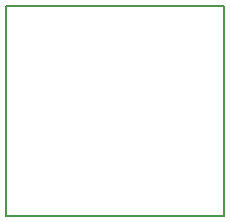
<source format=gbr>
G04 DipTrace 2.4.0.2*
%INBoardOutline.gbr*%
%MOIN*%
%ADD11C,0.006*%
%FSLAX44Y44*%
G04*
G70*
G90*
G75*
G01*
%LNBoardOutline*%
%LPD*%
X3940Y10940D2*
D11*
X11190D1*
Y3940D1*
X3940D1*
Y10940D1*
M02*

</source>
